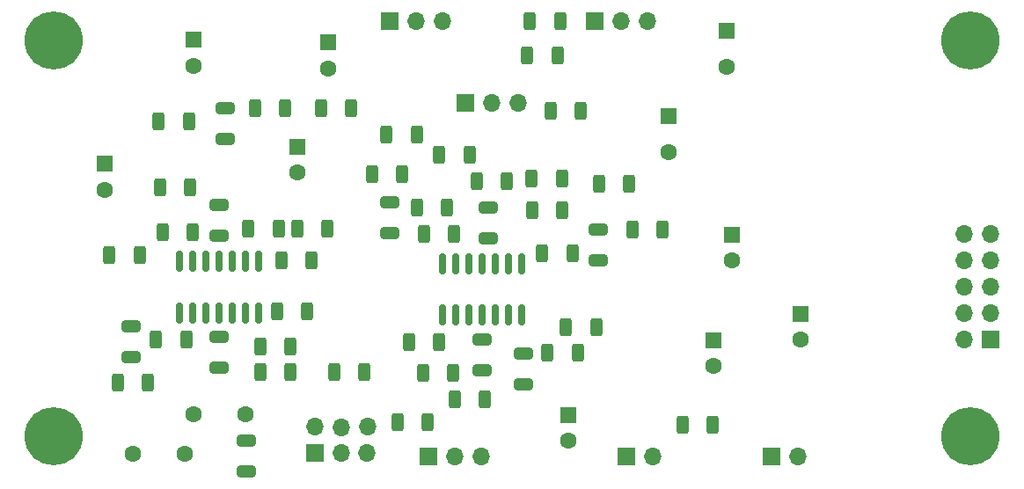
<source format=gts>
G04 #@! TF.GenerationSoftware,KiCad,Pcbnew,8.0.4*
G04 #@! TF.CreationDate,2024-08-16T09:26:53+02:00*
G04 #@! TF.ProjectId,Purrtico_TLA,50757272-7469-4636-9f5f-544c412e6b69,01*
G04 #@! TF.SameCoordinates,Original*
G04 #@! TF.FileFunction,Soldermask,Top*
G04 #@! TF.FilePolarity,Negative*
%FSLAX46Y46*%
G04 Gerber Fmt 4.6, Leading zero omitted, Abs format (unit mm)*
G04 Created by KiCad (PCBNEW 8.0.4) date 2024-08-16 09:26:53*
%MOMM*%
%LPD*%
G01*
G04 APERTURE LIST*
G04 Aperture macros list*
%AMRoundRect*
0 Rectangle with rounded corners*
0 $1 Rounding radius*
0 $2 $3 $4 $5 $6 $7 $8 $9 X,Y pos of 4 corners*
0 Add a 4 corners polygon primitive as box body*
4,1,4,$2,$3,$4,$5,$6,$7,$8,$9,$2,$3,0*
0 Add four circle primitives for the rounded corners*
1,1,$1+$1,$2,$3*
1,1,$1+$1,$4,$5*
1,1,$1+$1,$6,$7*
1,1,$1+$1,$8,$9*
0 Add four rect primitives between the rounded corners*
20,1,$1+$1,$2,$3,$4,$5,0*
20,1,$1+$1,$4,$5,$6,$7,0*
20,1,$1+$1,$6,$7,$8,$9,0*
20,1,$1+$1,$8,$9,$2,$3,0*%
G04 Aperture macros list end*
%ADD10R,1.700000X1.700000*%
%ADD11O,1.700000X1.700000*%
%ADD12RoundRect,0.250000X-0.650000X0.325000X-0.650000X-0.325000X0.650000X-0.325000X0.650000X0.325000X0*%
%ADD13RoundRect,0.250000X0.312500X0.625000X-0.312500X0.625000X-0.312500X-0.625000X0.312500X-0.625000X0*%
%ADD14RoundRect,0.250000X-0.312500X-0.625000X0.312500X-0.625000X0.312500X0.625000X-0.312500X0.625000X0*%
%ADD15C,1.600000*%
%ADD16C,5.600000*%
%ADD17R,1.600000X1.600000*%
%ADD18RoundRect,0.150000X-0.150000X0.825000X-0.150000X-0.825000X0.150000X-0.825000X0.150000X0.825000X0*%
%ADD19RoundRect,0.250000X0.650000X-0.325000X0.650000X0.325000X-0.650000X0.325000X-0.650000X-0.325000X0*%
G04 APERTURE END LIST*
D10*
X100838000Y-78740000D03*
D11*
X103378000Y-78740000D03*
X105918000Y-78740000D03*
D12*
X117188500Y-56945000D03*
X117188500Y-59895000D03*
D13*
X91124500Y-56834000D03*
X88199500Y-56834000D03*
D14*
X114075000Y-66359000D03*
X117000000Y-66359000D03*
D13*
X115222000Y-68772000D03*
X112297000Y-68772000D03*
D14*
X70133000Y-59374000D03*
X73058000Y-59374000D03*
D10*
X89956000Y-78446000D03*
D11*
X92456000Y-78446000D03*
X94956000Y-78446000D03*
X89956000Y-75906000D03*
X92456000Y-75946000D03*
X95036000Y-75906000D03*
D10*
X154940000Y-67502000D03*
D11*
X152400000Y-67502000D03*
X154940000Y-64962000D03*
X152400000Y-64962000D03*
X154940000Y-62422000D03*
X152400000Y-62422000D03*
X154940000Y-59882000D03*
X152400000Y-59882000D03*
X154940000Y-57342000D03*
X152400000Y-57342000D03*
D15*
X78232000Y-74676000D03*
X83232000Y-74676000D03*
D12*
X106012500Y-67551000D03*
X106012500Y-70501000D03*
D13*
X78170500Y-57215000D03*
X75245500Y-57215000D03*
D10*
X133858000Y-78740000D03*
D11*
X136398000Y-78740000D03*
D13*
X101887000Y-67756000D03*
X98962000Y-67756000D03*
D12*
X83312000Y-77265000D03*
X83312000Y-80215000D03*
D16*
X64770000Y-38735000D03*
D12*
X106647500Y-54851000D03*
X106647500Y-57801000D03*
D14*
X110591000Y-36830000D03*
X113516000Y-36830000D03*
D16*
X153035000Y-38735000D03*
D14*
X74875000Y-46532000D03*
X77800000Y-46532000D03*
D13*
X104808000Y-49722000D03*
X101883000Y-49722000D03*
D17*
X136652000Y-65024000D03*
D15*
X136652000Y-67524000D03*
D17*
X78210000Y-38658000D03*
D15*
X78210000Y-41158000D03*
D13*
X108396500Y-52262000D03*
X105471500Y-52262000D03*
X100776500Y-75438000D03*
X97851500Y-75438000D03*
D10*
X104394000Y-44704000D03*
D11*
X106934000Y-44704000D03*
X109474000Y-44704000D03*
D13*
X128208500Y-75692000D03*
X125283500Y-75692000D03*
D12*
X80710500Y-67297000D03*
X80710500Y-70247000D03*
D14*
X84643500Y-68214000D03*
X87568500Y-68214000D03*
X110773000Y-52008000D03*
X113698000Y-52008000D03*
X103363500Y-73294000D03*
X106288500Y-73294000D03*
D12*
X80710500Y-54597000D03*
X80710500Y-57547000D03*
D15*
X72430000Y-78486000D03*
X77430000Y-78486000D03*
D12*
X97122500Y-54343000D03*
X97122500Y-57293000D03*
D10*
X116855000Y-36830000D03*
D11*
X119395000Y-36830000D03*
X121935000Y-36830000D03*
D17*
X130048000Y-57429621D03*
D15*
X130048000Y-59929621D03*
D14*
X74991500Y-52897000D03*
X77916500Y-52897000D03*
X74610500Y-67502000D03*
X77535500Y-67502000D03*
D10*
X97155000Y-36830000D03*
D11*
X99695000Y-36830000D03*
X102235000Y-36830000D03*
D14*
X99724000Y-54803000D03*
X102649000Y-54803000D03*
D13*
X94680500Y-70612000D03*
X91755500Y-70612000D03*
D18*
X109822500Y-60201000D03*
X108552500Y-60201000D03*
X107282500Y-60201000D03*
X106012500Y-60201000D03*
X104742500Y-60201000D03*
X103472500Y-60201000D03*
X102202500Y-60201000D03*
X102202500Y-65151000D03*
X103472500Y-65151000D03*
X104742500Y-65151000D03*
X106012500Y-65151000D03*
X107282500Y-65151000D03*
X108552500Y-65151000D03*
X109822500Y-65151000D03*
D13*
X99728000Y-47817000D03*
X96803000Y-47817000D03*
D10*
X119888000Y-78740000D03*
D11*
X122428000Y-78740000D03*
D16*
X64770000Y-76835000D03*
D17*
X123952000Y-45974000D03*
D15*
X123952000Y-49474000D03*
D13*
X114714000Y-59247000D03*
X111789000Y-59247000D03*
X89600500Y-59882000D03*
X86675500Y-59882000D03*
D18*
X84520500Y-60009000D03*
X83250500Y-60009000D03*
X81980500Y-60009000D03*
X80710500Y-60009000D03*
X79440500Y-60009000D03*
X78170500Y-60009000D03*
X76900500Y-60009000D03*
X76900500Y-64959000D03*
X78170500Y-64959000D03*
X79440500Y-64959000D03*
X80710500Y-64959000D03*
X81980500Y-64959000D03*
X83250500Y-64959000D03*
X84520500Y-64959000D03*
D13*
X123382500Y-56896000D03*
X120457500Y-56896000D03*
X120175000Y-52516000D03*
X117250000Y-52516000D03*
D12*
X81280000Y-45261000D03*
X81280000Y-48211000D03*
X72263000Y-66281000D03*
X72263000Y-69231000D03*
D13*
X113759500Y-55056000D03*
X110834500Y-55056000D03*
X86425500Y-56834000D03*
X83500500Y-56834000D03*
D14*
X84643500Y-70612000D03*
X87568500Y-70612000D03*
D17*
X91196500Y-38912000D03*
D15*
X91196500Y-41412000D03*
D17*
X69723000Y-50611000D03*
D15*
X69723000Y-53111000D03*
D17*
X88265000Y-48960000D03*
D15*
X88265000Y-51460000D03*
D13*
X103345500Y-57342000D03*
X100420500Y-57342000D03*
X89209000Y-64770000D03*
X86284000Y-64770000D03*
X93410500Y-45212000D03*
X90485500Y-45212000D03*
D14*
X100315500Y-70754000D03*
X103240500Y-70754000D03*
D17*
X114300000Y-74763621D03*
D15*
X114300000Y-77263621D03*
D17*
X129518000Y-37767349D03*
D15*
X129518000Y-41267349D03*
D16*
X153035000Y-76835000D03*
D14*
X112583500Y-45466000D03*
X115508500Y-45466000D03*
X95428000Y-51627000D03*
X98353000Y-51627000D03*
X110337000Y-40132000D03*
X113262000Y-40132000D03*
D13*
X73852500Y-71628000D03*
X70927500Y-71628000D03*
D14*
X84135500Y-45212000D03*
X87060500Y-45212000D03*
D17*
X128270000Y-67564000D03*
D15*
X128270000Y-70064000D03*
D19*
X109982000Y-71833000D03*
X109982000Y-68883000D03*
M02*

</source>
